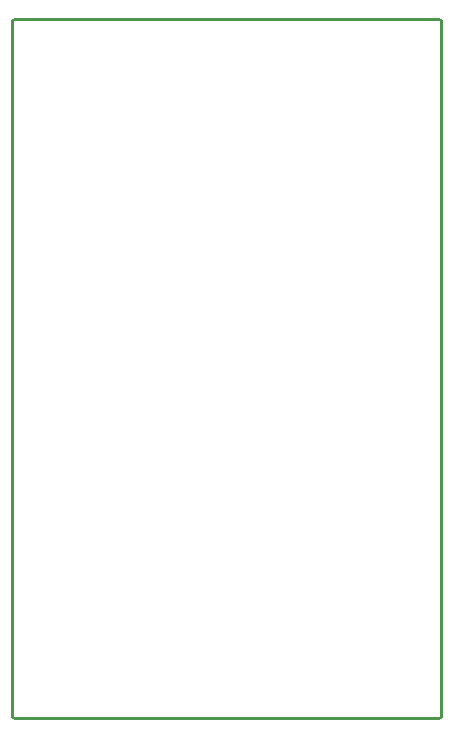
<source format=gko>
G04 Layer: BoardOutlineLayer*
G04 EasyEDA v6.5.54, 2026-02-22 17:32:45*
G04 e233b9f1ef234a97b5ee563acf566a9e,b016eb778fe0479d964383eb0b581ccc,10*
G04 Gerber Generator version 0.2*
G04 Scale: 100 percent, Rotated: No, Reflected: No *
G04 Dimensions in millimeters *
G04 leading zeros omitted , absolute positions ,4 integer and 5 decimal *
%FSLAX45Y45*%
%MOMM*%

%ADD10C,0.2540*%
%ADD11C,0.0107*%
D10*
X7987705Y4775200D02*
G01*
X11587690Y4775200D01*
X11607800Y10680702D02*
G01*
X11607800Y5275836D01*
X11607800Y4780790D01*
X7988300Y10693400D02*
G01*
X11588297Y10693400D01*
X7975600Y10684294D02*
G01*
X7975600Y4784305D01*

%LPD*%
M02*

</source>
